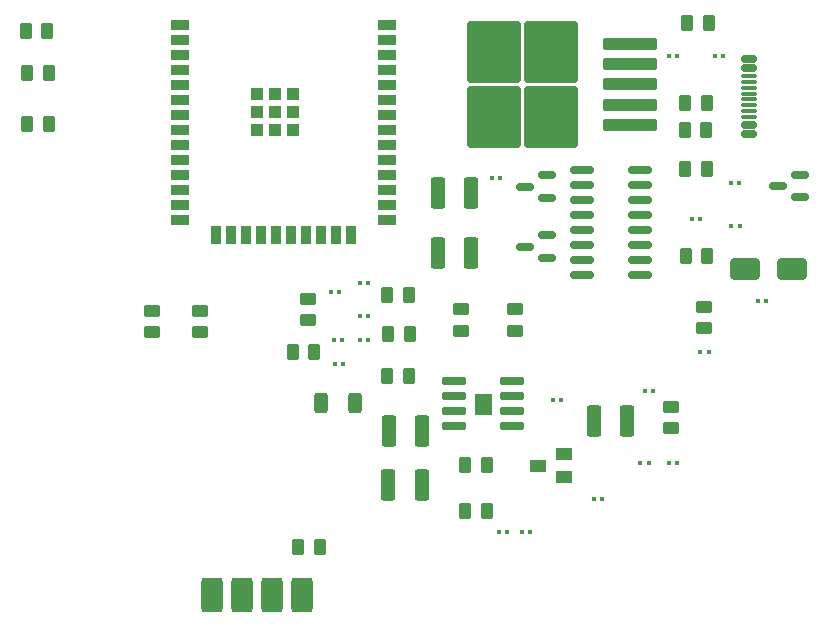
<source format=gtp>
%TF.GenerationSoftware,KiCad,Pcbnew,7.0.10*%
%TF.CreationDate,2024-08-15T14:25:41+05:30*%
%TF.ProjectId,Watch,57617463-682e-46b6-9963-61645f706362,rev?*%
%TF.SameCoordinates,Original*%
%TF.FileFunction,Paste,Top*%
%TF.FilePolarity,Positive*%
%FSLAX46Y46*%
G04 Gerber Fmt 4.6, Leading zero omitted, Abs format (unit mm)*
G04 Created by KiCad (PCBNEW 7.0.10) date 2024-08-15 14:25:41*
%MOMM*%
%LPD*%
G01*
G04 APERTURE LIST*
G04 Aperture macros list*
%AMRoundRect*
0 Rectangle with rounded corners*
0 $1 Rounding radius*
0 $2 $3 $4 $5 $6 $7 $8 $9 X,Y pos of 4 corners*
0 Add a 4 corners polygon primitive as box body*
4,1,4,$2,$3,$4,$5,$6,$7,$8,$9,$2,$3,0*
0 Add four circle primitives for the rounded corners*
1,1,$1+$1,$2,$3*
1,1,$1+$1,$4,$5*
1,1,$1+$1,$6,$7*
1,1,$1+$1,$8,$9*
0 Add four rect primitives between the rounded corners*
20,1,$1+$1,$2,$3,$4,$5,0*
20,1,$1+$1,$4,$5,$6,$7,0*
20,1,$1+$1,$6,$7,$8,$9,0*
20,1,$1+$1,$8,$9,$2,$3,0*%
G04 Aperture macros list end*
%ADD10C,0.010000*%
%ADD11RoundRect,0.078500X-0.078500X-0.101500X0.078500X-0.101500X0.078500X0.101500X-0.078500X0.101500X0*%
%ADD12RoundRect,0.079500X-0.079500X-0.100500X0.079500X-0.100500X0.079500X0.100500X-0.079500X0.100500X0*%
%ADD13RoundRect,0.250000X-0.375000X-1.075000X0.375000X-1.075000X0.375000X1.075000X-0.375000X1.075000X0*%
%ADD14RoundRect,0.250000X0.262500X0.450000X-0.262500X0.450000X-0.262500X-0.450000X0.262500X-0.450000X0*%
%ADD15RoundRect,0.250000X-0.262500X-0.450000X0.262500X-0.450000X0.262500X0.450000X-0.262500X0.450000X0*%
%ADD16RoundRect,0.150000X0.587500X0.150000X-0.587500X0.150000X-0.587500X-0.150000X0.587500X-0.150000X0*%
%ADD17RoundRect,0.150000X0.500000X-0.150000X0.500000X0.150000X-0.500000X0.150000X-0.500000X-0.150000X0*%
%ADD18RoundRect,0.075000X0.575000X-0.075000X0.575000X0.075000X-0.575000X0.075000X-0.575000X-0.075000X0*%
%ADD19RoundRect,0.079500X0.079500X0.100500X-0.079500X0.100500X-0.079500X-0.100500X0.079500X-0.100500X0*%
%ADD20RoundRect,0.250000X0.450000X-0.262500X0.450000X0.262500X-0.450000X0.262500X-0.450000X-0.262500X0*%
%ADD21RoundRect,0.250000X2.050000X0.300000X-2.050000X0.300000X-2.050000X-0.300000X2.050000X-0.300000X0*%
%ADD22RoundRect,0.250000X2.025000X2.375000X-2.025000X2.375000X-2.025000X-2.375000X2.025000X-2.375000X0*%
%ADD23RoundRect,0.250000X0.312500X0.625000X-0.312500X0.625000X-0.312500X-0.625000X0.312500X-0.625000X0*%
%ADD24RoundRect,0.250000X-1.000000X-0.650000X1.000000X-0.650000X1.000000X0.650000X-1.000000X0.650000X0*%
%ADD25RoundRect,0.281250X-0.618750X-1.188750X0.618750X-1.188750X0.618750X1.188750X-0.618750X1.188750X0*%
%ADD26R,1.400000X1.000000*%
%ADD27RoundRect,0.075000X-0.910000X-0.225000X0.910000X-0.225000X0.910000X0.225000X-0.910000X0.225000X0*%
%ADD28R,1.500000X0.900000*%
%ADD29R,0.900000X1.500000*%
%ADD30R,1.050000X1.050000*%
%ADD31RoundRect,0.150000X0.825000X0.150000X-0.825000X0.150000X-0.825000X-0.150000X0.825000X-0.150000X0*%
G04 APERTURE END LIST*
%TO.C,U5*%
D10*
X133340000Y-107345000D02*
X132050000Y-107345000D01*
X132050000Y-105705000D01*
X133340000Y-105705000D01*
X133340000Y-107345000D01*
G36*
X133340000Y-107345000D02*
G01*
X132050000Y-107345000D01*
X132050000Y-105705000D01*
X133340000Y-105705000D01*
X133340000Y-107345000D01*
G37*
%TD*%
D11*
%TO.C,C7*%
X134021000Y-117348000D03*
D12*
X134711000Y-117348000D03*
%TD*%
D13*
%TO.C,D4*%
X128902000Y-88646000D03*
X131702000Y-88646000D03*
%TD*%
D12*
%TO.C,C6*%
X122246000Y-101092000D03*
X122936000Y-101092000D03*
%TD*%
D13*
%TO.C,D3*%
X128902000Y-93726000D03*
X131702000Y-93726000D03*
%TD*%
D14*
%TO.C,R15*%
X118411000Y-102108000D03*
X116586000Y-102108000D03*
%TD*%
D12*
%TO.C,R11*%
X142058000Y-114554000D03*
X142748000Y-114554000D03*
%TD*%
D14*
%TO.C,R1*%
X151792500Y-74300000D03*
X149967500Y-74300000D03*
%TD*%
D15*
%TO.C,R19*%
X124563500Y-104170000D03*
X126388500Y-104170000D03*
%TD*%
D12*
%TO.C,C1*%
X153720000Y-91460000D03*
X154410000Y-91460000D03*
%TD*%
D15*
%TO.C,R4*%
X149817500Y-81010000D03*
X151642500Y-81010000D03*
%TD*%
D16*
%TO.C,Q3*%
X138097500Y-89088000D03*
X138097500Y-87188000D03*
X136222500Y-88138000D03*
%TD*%
D13*
%TO.C,D5*%
X124730000Y-108820000D03*
X127530000Y-108820000D03*
%TD*%
D17*
%TO.C,J1*%
X155210000Y-83700000D03*
X155210000Y-82900000D03*
D18*
X155210000Y-81750000D03*
X155210000Y-80750000D03*
X155210000Y-80250000D03*
X155210000Y-79250000D03*
D17*
X155210000Y-78100000D03*
X155210000Y-77300000D03*
X155210000Y-77300000D03*
X155210000Y-78100000D03*
D18*
X155210000Y-78750000D03*
X155210000Y-79750000D03*
X155210000Y-81250000D03*
X155210000Y-82250000D03*
D17*
X155210000Y-82900000D03*
X155210000Y-83700000D03*
%TD*%
D12*
%TO.C,C14*%
X133422000Y-87376000D03*
X134112000Y-87376000D03*
%TD*%
%TO.C,C19*%
X122246000Y-96266000D03*
X122936000Y-96266000D03*
%TD*%
D19*
%TO.C,C13*%
X151795000Y-102108000D03*
X151105000Y-102108000D03*
%TD*%
D14*
%TO.C,R25*%
X95908500Y-78486000D03*
X94083500Y-78486000D03*
%TD*%
D13*
%TO.C,D6*%
X124690000Y-113410000D03*
X127490000Y-113410000D03*
%TD*%
D20*
%TO.C,R14*%
X130810000Y-100330000D03*
X130810000Y-98505000D03*
%TD*%
%TO.C,R18*%
X151384000Y-100123000D03*
X151384000Y-98298000D03*
%TD*%
D15*
%TO.C,R21*%
X131167500Y-115570000D03*
X132992500Y-115570000D03*
%TD*%
D12*
%TO.C,R12*%
X135962000Y-117348000D03*
X136652000Y-117348000D03*
%TD*%
D19*
%TO.C,C17*%
X146715000Y-111506000D03*
X146025000Y-111506000D03*
%TD*%
D12*
%TO.C,C16*%
X148408000Y-111506000D03*
X149098000Y-111506000D03*
%TD*%
%TO.C,R2*%
X153695000Y-87790000D03*
X154385000Y-87790000D03*
%TD*%
D15*
%TO.C,R3*%
X149777500Y-83360000D03*
X151602500Y-83360000D03*
%TD*%
D12*
%TO.C,C15*%
X119797000Y-97028000D03*
X120487000Y-97028000D03*
%TD*%
D19*
%TO.C,C8*%
X147066000Y-105410000D03*
X146376000Y-105410000D03*
%TD*%
D21*
%TO.C,U2*%
X145179000Y-82883000D03*
X145179000Y-81183000D03*
X145179000Y-79483000D03*
D22*
X138454000Y-82258000D03*
X138454000Y-76708000D03*
X133604000Y-82258000D03*
X133604000Y-76708000D03*
D21*
X145179000Y-77783000D03*
X145179000Y-76083000D03*
%TD*%
D23*
%TO.C,R17*%
X121858500Y-106426000D03*
X118933500Y-106426000D03*
%TD*%
D20*
%TO.C,R9*%
X104648000Y-100480500D03*
X104648000Y-98655500D03*
%TD*%
D15*
%TO.C,C5*%
X149837500Y-94000000D03*
X151662500Y-94000000D03*
%TD*%
%TO.C,R20*%
X131175000Y-111730000D03*
X133000000Y-111730000D03*
%TD*%
%TO.C,R7*%
X124667000Y-100584000D03*
X126492000Y-100584000D03*
%TD*%
D20*
%TO.C,R6*%
X148590000Y-108608500D03*
X148590000Y-106783500D03*
%TD*%
%TO.C,R8*%
X117856000Y-99464500D03*
X117856000Y-97639500D03*
%TD*%
D19*
%TO.C,C12*%
X120832000Y-103124000D03*
X120142000Y-103124000D03*
%TD*%
D15*
%TO.C,R23*%
X94083500Y-82804000D03*
X95908500Y-82804000D03*
%TD*%
D24*
%TO.C,D1*%
X154840000Y-95120000D03*
X158840000Y-95120000D03*
%TD*%
D12*
%TO.C,C18*%
X155956000Y-97790000D03*
X156646000Y-97790000D03*
%TD*%
%TO.C,C11*%
X120051000Y-101092000D03*
X120741000Y-101092000D03*
%TD*%
D16*
%TO.C,Q2*%
X138097500Y-94168000D03*
X138097500Y-92268000D03*
X136222500Y-93218000D03*
%TD*%
D12*
%TO.C,C4*%
X150355000Y-90860000D03*
X151045000Y-90860000D03*
%TD*%
D19*
%TO.C,C2*%
X149140000Y-77030000D03*
X148450000Y-77030000D03*
%TD*%
D12*
%TO.C,C10*%
X138593000Y-106172000D03*
X139283000Y-106172000D03*
%TD*%
D20*
%TO.C,R10*%
X108712000Y-100480500D03*
X108712000Y-98655500D03*
%TD*%
D16*
%TO.C,Q1*%
X159512000Y-89022000D03*
X159512000Y-87122000D03*
X157637000Y-88072000D03*
%TD*%
D14*
%TO.C,R16*%
X126388500Y-97282000D03*
X124563500Y-97282000D03*
%TD*%
D25*
%TO.C,GPS*%
X109728000Y-122682000D03*
X112268000Y-122682000D03*
X114808000Y-122682000D03*
X117348000Y-122682000D03*
%TD*%
D15*
%TO.C,R5*%
X149807500Y-86620000D03*
X151632500Y-86620000D03*
%TD*%
D19*
%TO.C,C3*%
X153045000Y-77070000D03*
X152355000Y-77070000D03*
%TD*%
D15*
%TO.C,R24*%
X93980000Y-74930000D03*
X95805000Y-74930000D03*
%TD*%
D26*
%TO.C,Q4*%
X139530000Y-112710000D03*
X139530000Y-110810000D03*
X137330000Y-111760000D03*
%TD*%
D27*
%TO.C,U5*%
X130220000Y-104620000D03*
X130220000Y-105890000D03*
X130220000Y-107160000D03*
X130220000Y-108430000D03*
X135170000Y-108430000D03*
X135170000Y-107160000D03*
X135170000Y-105890000D03*
X135170000Y-104620000D03*
%TD*%
D20*
%TO.C,R13*%
X135382000Y-100330000D03*
X135382000Y-98505000D03*
%TD*%
D13*
%TO.C,D2*%
X142110000Y-107950000D03*
X144910000Y-107950000D03*
%TD*%
D12*
%TO.C,C9*%
X122246000Y-99060000D03*
X122936000Y-99060000D03*
%TD*%
D14*
%TO.C,R22*%
X118872000Y-118618000D03*
X117047000Y-118618000D03*
%TD*%
D28*
%TO.C,U1*%
X107030000Y-74440000D03*
X107030000Y-75710000D03*
X107030000Y-76980000D03*
X107030000Y-78250000D03*
X107030000Y-79520000D03*
X107030000Y-80790000D03*
X107030000Y-82060000D03*
X107030000Y-83330000D03*
X107030000Y-84600000D03*
X107030000Y-85870000D03*
X107030000Y-87140000D03*
X107030000Y-88410000D03*
X107030000Y-89680000D03*
X107030000Y-90950000D03*
D29*
X110070000Y-92200000D03*
X111340000Y-92200000D03*
X112610000Y-92200000D03*
X113880000Y-92200000D03*
X115150000Y-92200000D03*
X116420000Y-92200000D03*
X117690000Y-92200000D03*
X118960000Y-92200000D03*
X120230000Y-92200000D03*
X121500000Y-92200000D03*
D28*
X124530000Y-90950000D03*
X124530000Y-89680000D03*
X124530000Y-88410000D03*
X124530000Y-87140000D03*
X124530000Y-85870000D03*
X124530000Y-84600000D03*
X124530000Y-83330000D03*
X124530000Y-82060000D03*
X124530000Y-80790000D03*
X124530000Y-79520000D03*
X124530000Y-78250000D03*
X124530000Y-76980000D03*
X124530000Y-75710000D03*
X124530000Y-74440000D03*
D30*
X113575000Y-80255000D03*
X113575000Y-81780000D03*
X113575000Y-83305000D03*
X115100000Y-80255000D03*
X115100000Y-81780000D03*
X115100000Y-83305000D03*
X116625000Y-80255000D03*
X116625000Y-81780000D03*
X116625000Y-83305000D03*
%TD*%
D31*
%TO.C,U4*%
X145985000Y-95631000D03*
X145985000Y-94361000D03*
X145985000Y-93091000D03*
X145985000Y-91821000D03*
X145985000Y-90551000D03*
X145985000Y-89281000D03*
X145985000Y-88011000D03*
X145985000Y-86741000D03*
X141035000Y-86741000D03*
X141035000Y-88011000D03*
X141035000Y-89281000D03*
X141035000Y-90551000D03*
X141035000Y-91821000D03*
X141035000Y-93091000D03*
X141035000Y-94361000D03*
X141035000Y-95631000D03*
%TD*%
M02*

</source>
